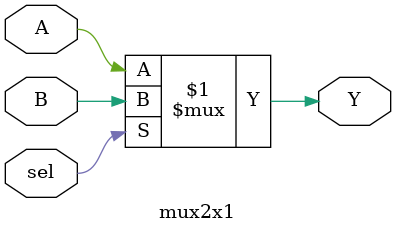
<source format=v>
module mux2x1 #(parameter WIDTH = 1) (
  input [WIDTH-1:0] A, B,
  input sel,
  output [WIDTH-1:0] Y
);
  // Assign output Y based on selector sel

  assign Y = sel ? B : A;

endmodule
 
// module tb_mux2x1();

//     parameter WIDTH = 1;

//     reg [WIDTH-1:0] A, B;
//     reg sel;

//     wire [WIDTH-1:0] Y;

//     mux2x1 #(WIDTH) uut (
//         .A(A),
//         .B(B),
//         .sel(sel),
//         .Y(Y)
//     );

    
//     // Test vectors
//     initial begin
//         $monitor("Time = %0t A = %b, B = %b, sel = %b, Y = %b", $time, A, B, sel, Y);

//         // Test case 1: sel = 0, A = 0, B = 1
//         A = 0; B = 1; sel = 0;
//         #10;

//         // Test case 2: sel = 1, A = 0, B = 1
//         A = 0; B = 1; sel = 1;
//         #10;

//         // Test case 3: sel = 0, A = 1, B = 0
//         A = 1; B = 0; sel = 0;
//         #10;

//         // Test case 4: sel = 1, A = 1, B = 0
//         A = 1; B = 0; sel = 1;
//         #10;

//         // Test case 5: sel = 0, A = 3, B = 2 (extended width test)
//         A = 3; B = 2; sel = 0;
//         #10;

//         // Test case 6: sel = 1, A = 3, B = 2 (extended width test)
//         A = 3; B = 2; sel = 1;
//         #10;

//         $finish;
//     end

// endmodule

</source>
